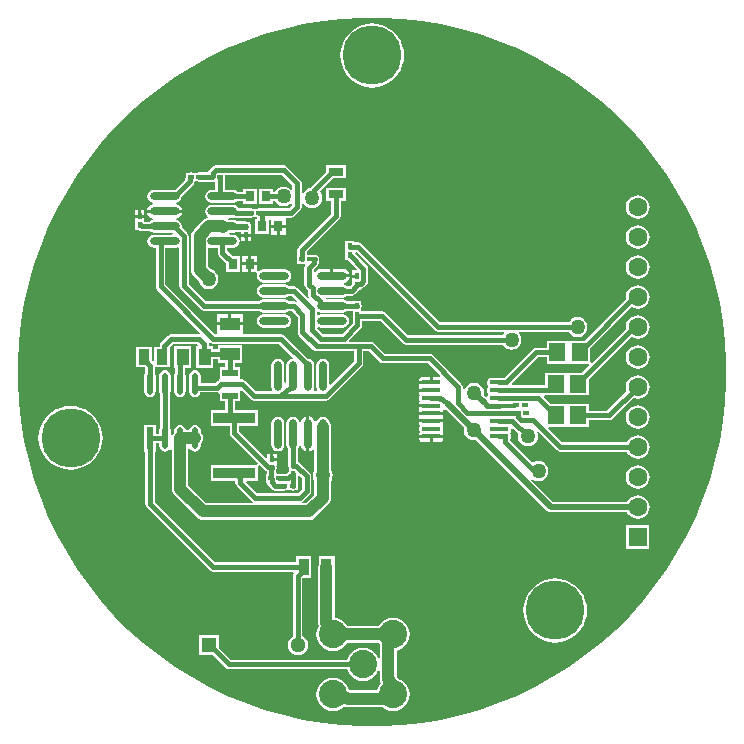
<source format=gtl>
G04*
G04 #@! TF.GenerationSoftware,Altium Limited,Altium Designer,22.2.1 (43)*
G04*
G04 Layer_Physical_Order=1*
G04 Layer_Color=255*
%FSLAX23Y23*%
%MOIN*%
G70*
G04*
G04 #@! TF.SameCoordinates,341014A0-F451-4C88-BB74-CD236E81B47C*
G04*
G04*
G04 #@! TF.FilePolarity,Positive*
G04*
G01*
G75*
%ADD13C,0.010*%
G04:AMPARAMS|DCode=16|XSize=74mil|YSize=21mil|CornerRadius=11mil|HoleSize=0mil|Usage=FLASHONLY|Rotation=90.000|XOffset=0mil|YOffset=0mil|HoleType=Round|Shape=RoundedRectangle|*
%AMROUNDEDRECTD16*
21,1,0.074,0.000,0,0,90.0*
21,1,0.052,0.021,0,0,90.0*
1,1,0.021,0.000,0.026*
1,1,0.021,0.000,-0.026*
1,1,0.021,0.000,-0.026*
1,1,0.021,0.000,0.026*
%
%ADD16ROUNDEDRECTD16*%
%ADD17R,0.021X0.074*%
%ADD18R,0.051X0.028*%
%ADD19O,0.098X0.028*%
%ADD20R,0.012X0.020*%
%ADD21R,0.037X0.053*%
%ADD22R,0.041X0.057*%
%ADD23R,0.020X0.012*%
%ADD24R,0.031X0.035*%
%ADD25R,0.065X0.044*%
%ADD26O,0.028X0.098*%
%ADD27R,0.053X0.022*%
%ADD28R,0.037X0.057*%
%ADD29R,0.142X0.038*%
G04:AMPARAMS|DCode=30|XSize=62mil|YSize=16mil|CornerRadius=2mil|HoleSize=0mil|Usage=FLASHONLY|Rotation=0.000|XOffset=0mil|YOffset=0mil|HoleType=Round|Shape=RoundedRectangle|*
%AMROUNDEDRECTD30*
21,1,0.062,0.012,0,0,0.0*
21,1,0.058,0.016,0,0,0.0*
1,1,0.004,0.029,-0.006*
1,1,0.004,-0.029,-0.006*
1,1,0.004,-0.029,0.006*
1,1,0.004,0.029,0.006*
%
%ADD30ROUNDEDRECTD30*%
%ADD31R,0.055X0.061*%
%ADD42C,0.051*%
%ADD43R,0.051X0.051*%
%ADD48C,0.015*%
%ADD49C,0.039*%
%ADD50C,0.020*%
%ADD51C,0.012*%
%ADD52C,0.197*%
%ADD53C,0.094*%
%ADD54C,0.063*%
%ADD55R,0.063X0.063*%
%ADD56C,0.050*%
G36*
X3884Y4502D02*
X3950Y4495D01*
X4016Y4484D01*
X4080Y4469D01*
X4144Y4451D01*
X4206Y4429D01*
X4268Y4404D01*
X4327Y4375D01*
X4385Y4343D01*
X4441Y4307D01*
X4495Y4269D01*
X4547Y4228D01*
X4597Y4184D01*
X4644Y4137D01*
X4688Y4087D01*
X4729Y4035D01*
X4767Y3981D01*
X4803Y3925D01*
X4835Y3867D01*
X4864Y3808D01*
X4889Y3746D01*
X4911Y3684D01*
X4929Y3620D01*
X4944Y3556D01*
X4955Y3490D01*
X4962Y3424D01*
X4966Y3358D01*
Y3325D01*
X4966Y3292D01*
X4962Y3226D01*
X4955Y3160D01*
X4944Y3094D01*
X4929Y3030D01*
X4911Y2966D01*
X4889Y2904D01*
X4864Y2842D01*
X4835Y2783D01*
X4803Y2725D01*
X4767Y2669D01*
X4729Y2615D01*
X4688Y2563D01*
X4644Y2513D01*
X4597Y2466D01*
X4547Y2422D01*
X4495Y2381D01*
X4441Y2343D01*
X4385Y2307D01*
X4327Y2275D01*
X4268Y2246D01*
X4206Y2221D01*
X4144Y2199D01*
X4080Y2181D01*
X4016Y2166D01*
X3950Y2155D01*
X3884Y2148D01*
X3818Y2144D01*
X3752D01*
X3686Y2148D01*
X3620Y2155D01*
X3554Y2166D01*
X3490Y2181D01*
X3426Y2199D01*
X3364Y2221D01*
X3302Y2246D01*
X3243Y2275D01*
X3185Y2307D01*
X3129Y2343D01*
X3075Y2381D01*
X3023Y2422D01*
X2973Y2466D01*
X2926Y2513D01*
X2882Y2563D01*
X2841Y2615D01*
X2803Y2669D01*
X2767Y2725D01*
X2735Y2783D01*
X2706Y2842D01*
X2681Y2904D01*
X2659Y2966D01*
X2641Y3030D01*
X2626Y3094D01*
X2615Y3160D01*
X2608Y3226D01*
X2604Y3292D01*
Y3325D01*
Y3358D01*
X2608Y3424D01*
X2615Y3490D01*
X2626Y3556D01*
X2641Y3620D01*
X2659Y3684D01*
X2681Y3746D01*
X2706Y3808D01*
X2735Y3867D01*
X2767Y3925D01*
X2803Y3981D01*
X2841Y4035D01*
X2882Y4087D01*
X2926Y4137D01*
X2973Y4184D01*
X3023Y4228D01*
X3075Y4269D01*
X3129Y4307D01*
X3185Y4343D01*
X3243Y4375D01*
X3302Y4404D01*
X3364Y4429D01*
X3426Y4451D01*
X3490Y4469D01*
X3554Y4484D01*
X3620Y4495D01*
X3686Y4502D01*
X3752Y4506D01*
X3818D01*
X3884Y4502D01*
D02*
G37*
%LPC*%
G36*
X3785Y4487D02*
X3768Y4485D01*
X3752Y4481D01*
X3737Y4475D01*
X3722Y4466D01*
X3710Y4455D01*
X3699Y4443D01*
X3690Y4428D01*
X3684Y4413D01*
X3680Y4397D01*
X3678Y4380D01*
X3680Y4363D01*
X3684Y4347D01*
X3690Y4332D01*
X3699Y4317D01*
X3710Y4305D01*
X3722Y4294D01*
X3737Y4285D01*
X3752Y4279D01*
X3768Y4275D01*
X3785Y4273D01*
X3802Y4275D01*
X3818Y4279D01*
X3833Y4285D01*
X3848Y4294D01*
X3860Y4305D01*
X3871Y4317D01*
X3880Y4332D01*
X3886Y4347D01*
X3890Y4363D01*
X3892Y4380D01*
X3890Y4397D01*
X3886Y4413D01*
X3880Y4428D01*
X3871Y4443D01*
X3860Y4455D01*
X3848Y4466D01*
X3833Y4475D01*
X3818Y4481D01*
X3802Y4485D01*
X3785Y4487D01*
D02*
G37*
G36*
X3698Y4014D02*
X3632D01*
Y3993D01*
X3581Y3942D01*
X3577Y3937D01*
X3576Y3937D01*
X3568Y3934D01*
X3562Y3928D01*
X3556Y3922D01*
X3556Y3920D01*
X3551Y3921D01*
Y3955D01*
X3549Y3961D01*
X3546Y3966D01*
X3503Y4009D01*
X3498Y4012D01*
X3492Y4014D01*
X3264D01*
X3258Y4012D01*
X3253Y4009D01*
X3242Y3998D01*
X3239Y3993D01*
X3239Y3991D01*
X3209D01*
X3203Y3989D01*
X3202Y3989D01*
X3188D01*
X3187Y3989D01*
X3181Y3991D01*
X3180D01*
X3174Y3989D01*
X3173Y3989D01*
X3164D01*
Y3975D01*
X3163Y3973D01*
Y3966D01*
X3129Y3932D01*
X3058D01*
X3050Y3930D01*
X3042Y3926D01*
X3038Y3918D01*
X3036Y3910D01*
X3038Y3902D01*
X3042Y3894D01*
X3050Y3890D01*
X3055Y3889D01*
Y3884D01*
X3049Y3882D01*
X3041Y3877D01*
X3036Y3869D01*
X3035Y3865D01*
X3094D01*
X3152D01*
X3151Y3869D01*
X3146Y3877D01*
X3138Y3882D01*
X3133Y3884D01*
Y3889D01*
X3137Y3890D01*
X3145Y3894D01*
X3149Y3902D01*
X3151Y3910D01*
X3190Y3949D01*
X3193Y3954D01*
X3195Y3960D01*
Y3961D01*
X3202D01*
X3203Y3961D01*
X3209Y3959D01*
X3251D01*
X3251Y3959D01*
X3252D01*
X3258Y3961D01*
X3258Y3961D01*
X3263Y3959D01*
Y3932D01*
X3251D01*
X3243Y3930D01*
X3235Y3926D01*
X3231Y3918D01*
X3229Y3910D01*
X3231Y3902D01*
X3235Y3894D01*
X3243Y3890D01*
X3251Y3888D01*
X3322D01*
X3330Y3890D01*
X3337Y3894D01*
X3354D01*
Y3884D01*
X3401D01*
Y3936D01*
X3354D01*
Y3926D01*
X3337D01*
X3330Y3930D01*
X3322Y3932D01*
X3294D01*
Y3961D01*
X3296D01*
Y3982D01*
X3486D01*
X3519Y3949D01*
Y3934D01*
X3514Y3932D01*
X3513Y3933D01*
X3507Y3939D01*
X3499Y3942D01*
X3490Y3943D01*
X3481Y3942D01*
X3473Y3939D01*
X3467Y3933D01*
X3461Y3927D01*
X3461Y3926D01*
X3456D01*
Y3936D01*
X3409D01*
Y3884D01*
X3456D01*
Y3894D01*
X3461D01*
X3461Y3893D01*
X3467Y3887D01*
X3473Y3881D01*
X3481Y3878D01*
X3490Y3877D01*
X3499Y3878D01*
X3507Y3881D01*
X3513Y3887D01*
X3514Y3888D01*
X3519Y3886D01*
X3519Y3881D01*
X3509Y3871D01*
X3409D01*
X3403Y3869D01*
X3402Y3869D01*
X3388D01*
X3387Y3869D01*
X3381Y3871D01*
X3341D01*
X3338Y3876D01*
X3330Y3880D01*
X3322Y3882D01*
X3251D01*
X3243Y3880D01*
X3235Y3876D01*
X3231Y3868D01*
X3229Y3860D01*
X3231Y3852D01*
X3235Y3844D01*
X3239Y3842D01*
X3237Y3837D01*
X3235Y3837D01*
X3229Y3834D01*
X3223Y3830D01*
X3190Y3797D01*
X3186Y3791D01*
X3183Y3784D01*
X3182Y3777D01*
Y3665D01*
X3183Y3658D01*
X3186Y3651D01*
X3190Y3646D01*
X3208Y3628D01*
X3208Y3626D01*
X3211Y3618D01*
X3217Y3612D01*
X3223Y3606D01*
X3231Y3603D01*
X3240Y3602D01*
X3249Y3603D01*
X3257Y3606D01*
X3263Y3612D01*
X3269Y3618D01*
X3272Y3626D01*
X3273Y3635D01*
X3272Y3644D01*
X3269Y3652D01*
X3263Y3658D01*
X3257Y3664D01*
X3249Y3667D01*
X3247Y3667D01*
X3237Y3677D01*
Y3738D01*
X3242Y3740D01*
X3243Y3740D01*
X3251Y3738D01*
X3271D01*
Y3723D01*
X3272Y3717D01*
X3275Y3712D01*
X3299Y3688D01*
Y3659D01*
X3346D01*
Y3711D01*
X3321D01*
X3302Y3729D01*
Y3738D01*
X3322D01*
X3330Y3740D01*
X3338Y3744D01*
X3342Y3752D01*
X3344Y3760D01*
X3342Y3768D01*
X3338Y3776D01*
X3330Y3780D01*
X3322Y3782D01*
X3312D01*
X3309Y3787D01*
X3310Y3788D01*
X3322D01*
X3330Y3790D01*
X3332Y3791D01*
X3349D01*
Y3786D01*
X3365D01*
X3381D01*
Y3801D01*
X3382Y3802D01*
X3383Y3809D01*
X3382Y3816D01*
X3379Y3820D01*
Y3826D01*
X3367D01*
X3365Y3827D01*
X3336D01*
X3330Y3830D01*
X3322Y3832D01*
X3307D01*
X3306Y3833D01*
X3309Y3838D01*
X3322D01*
X3330Y3839D01*
X3330Y3839D01*
X3381D01*
X3387Y3841D01*
X3388Y3841D01*
X3401D01*
X3402Y3841D01*
Y3836D01*
X3394D01*
Y3784D01*
X3441D01*
Y3831D01*
X3446Y3835D01*
X3447Y3835D01*
Y3815D01*
X3473D01*
X3498D01*
X3498Y3838D01*
X3503Y3839D01*
X3515D01*
X3521Y3841D01*
X3526Y3844D01*
X3546Y3864D01*
X3549Y3869D01*
X3551Y3875D01*
Y3889D01*
X3556Y3890D01*
X3556Y3888D01*
X3562Y3882D01*
X3568Y3876D01*
X3576Y3873D01*
X3585Y3872D01*
X3594Y3873D01*
X3602Y3876D01*
X3608Y3882D01*
X3614Y3888D01*
X3617Y3896D01*
X3618Y3905D01*
X3617Y3914D01*
X3614Y3922D01*
X3610Y3927D01*
X3654Y3971D01*
X3698D01*
Y4014D01*
D02*
G37*
G36*
X3026Y3864D02*
X3015D01*
Y3849D01*
X3026D01*
Y3864D01*
D02*
G37*
G36*
X3005D02*
X2994D01*
Y3849D01*
X3005D01*
Y3864D01*
D02*
G37*
G36*
X4670Y3915D02*
X4660Y3913D01*
X4650Y3909D01*
X4642Y3903D01*
X4636Y3895D01*
X4632Y3885D01*
X4630Y3875D01*
X4632Y3865D01*
X4636Y3855D01*
X4642Y3847D01*
X4650Y3841D01*
X4660Y3837D01*
X4670Y3835D01*
X4680Y3837D01*
X4690Y3841D01*
X4698Y3847D01*
X4704Y3855D01*
X4708Y3865D01*
X4710Y3875D01*
X4708Y3885D01*
X4704Y3895D01*
X4698Y3903D01*
X4690Y3909D01*
X4680Y3913D01*
X4670Y3915D01*
D02*
G37*
G36*
X3498Y3805D02*
X3478D01*
Y3782D01*
X3498D01*
Y3805D01*
D02*
G37*
G36*
X3468D02*
X3447D01*
Y3782D01*
X3468D01*
Y3805D01*
D02*
G37*
G36*
X3381Y3776D02*
X3370D01*
Y3761D01*
X3381D01*
Y3776D01*
D02*
G37*
G36*
X3360D02*
X3349D01*
Y3761D01*
X3360D01*
Y3776D01*
D02*
G37*
G36*
X4670Y3815D02*
X4660Y3813D01*
X4650Y3809D01*
X4642Y3803D01*
X4636Y3795D01*
X4632Y3785D01*
X4630Y3775D01*
X4632Y3765D01*
X4636Y3755D01*
X4642Y3747D01*
X4650Y3741D01*
X4660Y3737D01*
X4670Y3735D01*
X4680Y3737D01*
X4690Y3741D01*
X4698Y3747D01*
X4704Y3755D01*
X4708Y3765D01*
X4710Y3775D01*
X4708Y3785D01*
X4704Y3795D01*
X4698Y3803D01*
X4690Y3809D01*
X4680Y3813D01*
X4670Y3815D01*
D02*
G37*
G36*
X3403Y3713D02*
X3383D01*
Y3690D01*
X3403D01*
Y3713D01*
D02*
G37*
G36*
X3373D02*
X3352D01*
Y3690D01*
X3373D01*
Y3713D01*
D02*
G37*
G36*
Y3680D02*
X3352D01*
Y3657D01*
X3373D01*
Y3680D01*
D02*
G37*
G36*
X3687Y3669D02*
X3656D01*
Y3650D01*
X3710D01*
X3709Y3654D01*
X3704Y3662D01*
X3696Y3667D01*
X3687Y3669D01*
D02*
G37*
G36*
X4670Y3715D02*
X4660Y3713D01*
X4650Y3709D01*
X4642Y3703D01*
X4636Y3695D01*
X4632Y3685D01*
X4630Y3675D01*
X4632Y3665D01*
X4636Y3655D01*
X4642Y3647D01*
X4650Y3641D01*
X4660Y3637D01*
X4670Y3635D01*
X4680Y3637D01*
X4690Y3641D01*
X4698Y3647D01*
X4704Y3655D01*
X4708Y3665D01*
X4710Y3675D01*
X4708Y3685D01*
X4704Y3695D01*
X4698Y3703D01*
X4690Y3709D01*
X4680Y3713D01*
X4670Y3715D01*
D02*
G37*
G36*
X3403Y3680D02*
X3383D01*
Y3657D01*
X3399D01*
X3400Y3656D01*
X3402Y3652D01*
X3401Y3645D01*
X3403Y3637D01*
X3407Y3629D01*
X3415Y3625D01*
X3423Y3623D01*
X3494D01*
X3502Y3625D01*
X3510Y3629D01*
X3514Y3637D01*
X3516Y3645D01*
X3514Y3653D01*
X3510Y3661D01*
X3502Y3665D01*
X3494Y3667D01*
X3423D01*
X3415Y3665D01*
X3408Y3661D01*
X3405Y3662D01*
X3403Y3663D01*
Y3680D01*
D02*
G37*
G36*
X3698Y3939D02*
X3632D01*
Y3896D01*
X3649D01*
Y3851D01*
X3540Y3742D01*
X3537Y3737D01*
X3536Y3731D01*
Y3714D01*
X3534D01*
Y3686D01*
X3544D01*
X3545Y3686D01*
X3551Y3684D01*
X3557Y3686D01*
X3560Y3685D01*
X3562Y3679D01*
X3561Y3677D01*
X3559Y3671D01*
Y3616D01*
X3561Y3610D01*
X3564Y3605D01*
X3571Y3598D01*
Y3583D01*
X3572Y3577D01*
X3575Y3574D01*
X3571Y3570D01*
X3535Y3606D01*
X3530Y3609D01*
X3524Y3611D01*
X3509D01*
X3502Y3615D01*
X3494Y3617D01*
X3423D01*
X3415Y3615D01*
X3407Y3611D01*
X3403Y3603D01*
X3401Y3595D01*
X3403Y3587D01*
X3407Y3579D01*
X3415Y3575D01*
X3423Y3573D01*
X3494D01*
X3502Y3575D01*
X3509Y3579D01*
X3517D01*
X3534Y3563D01*
X3531Y3559D01*
X3530Y3559D01*
X3524Y3561D01*
X3509D01*
X3502Y3565D01*
X3494Y3567D01*
X3423D01*
X3415Y3565D01*
X3408Y3561D01*
X3231D01*
X3174Y3618D01*
Y3777D01*
X3173Y3783D01*
X3169Y3789D01*
X3151Y3807D01*
X3151Y3810D01*
X3149Y3818D01*
X3145Y3826D01*
X3137Y3830D01*
X3133Y3831D01*
Y3836D01*
X3138Y3838D01*
X3146Y3843D01*
X3151Y3851D01*
X3152Y3855D01*
X3094D01*
X3035D01*
X3036Y3851D01*
X3041Y3843D01*
X3049Y3838D01*
X3055Y3836D01*
Y3831D01*
X3050Y3830D01*
X3043Y3826D01*
X3026D01*
Y3839D01*
X2994D01*
Y3824D01*
X2994Y3824D01*
X2995Y3819D01*
X2994Y3816D01*
Y3815D01*
X2996Y3809D01*
X2996Y3808D01*
Y3799D01*
X3008D01*
X3013Y3796D01*
X3019Y3794D01*
X3043D01*
X3050Y3790D01*
X3058Y3788D01*
X3121D01*
X3122Y3787D01*
X3119Y3782D01*
X3058D01*
X3050Y3780D01*
X3042Y3776D01*
X3038Y3768D01*
X3036Y3760D01*
X3038Y3752D01*
X3042Y3744D01*
X3050Y3740D01*
X3058Y3738D01*
X3064D01*
Y3610D01*
X3066Y3604D01*
X3069Y3599D01*
X3213Y3455D01*
X3211Y3450D01*
X3208Y3451D01*
X3115D01*
X3109Y3449D01*
X3104Y3446D01*
X3082Y3424D01*
X3079Y3419D01*
X3078Y3413D01*
Y3409D01*
X3058D01*
Y3363D01*
X3054Y3361D01*
X3050Y3363D01*
Y3409D01*
X2997D01*
Y3340D01*
X3028D01*
X3029Y3339D01*
Y3322D01*
X3028Y3320D01*
X3026Y3312D01*
Y3260D01*
X3028Y3253D01*
X3032Y3247D01*
X3038Y3242D01*
X3045Y3241D01*
X3052Y3242D01*
X3058Y3247D01*
X3062Y3253D01*
X3064Y3260D01*
Y3312D01*
X3062Y3320D01*
X3061Y3322D01*
Y3340D01*
X3111D01*
Y3409D01*
X3111Y3409D01*
X3111D01*
X3115Y3413D01*
X3121Y3419D01*
X3201D01*
X3205Y3416D01*
X3203Y3411D01*
X3199D01*
Y3338D01*
X3256D01*
Y3369D01*
X3271D01*
Y3355D01*
X3295D01*
Y3342D01*
X3277D01*
Y3305D01*
X3277Y3304D01*
X3276Y3299D01*
X3275Y3299D01*
X3270Y3296D01*
X3263Y3288D01*
X3214D01*
Y3312D01*
X3212Y3320D01*
X3208Y3326D01*
X3202Y3330D01*
X3195Y3331D01*
X3188Y3330D01*
X3182Y3326D01*
X3178Y3320D01*
X3176Y3312D01*
Y3260D01*
X3178Y3253D01*
X3182Y3247D01*
X3188Y3242D01*
X3195Y3241D01*
X3202Y3242D01*
X3208Y3247D01*
X3212Y3253D01*
X3213Y3257D01*
X3269D01*
X3272Y3257D01*
X3276Y3254D01*
X3277Y3253D01*
Y3228D01*
X3295D01*
Y3198D01*
X3247D01*
Y3145D01*
X3310D01*
Y3121D01*
X3312Y3115D01*
X3315Y3110D01*
X3405Y3020D01*
X3403Y3015D01*
X3401Y3015D01*
X3247D01*
Y2962D01*
X3329D01*
Y2956D01*
X3331Y2950D01*
X3334Y2945D01*
X3384Y2895D01*
X3387Y2893D01*
X3386Y2888D01*
X3232D01*
X3173Y2947D01*
Y3067D01*
X3174Y3067D01*
X3180Y3066D01*
X3182Y3064D01*
X3188Y3060D01*
X3195Y3059D01*
X3202Y3060D01*
X3208Y3064D01*
X3212Y3070D01*
X3214Y3078D01*
Y3084D01*
X3215Y3084D01*
X3219Y3090D01*
X3222Y3097D01*
X3223Y3104D01*
X3222Y3111D01*
X3219Y3118D01*
X3215Y3123D01*
X3214Y3124D01*
Y3130D01*
X3212Y3137D01*
X3208Y3143D01*
X3202Y3148D01*
X3195Y3149D01*
X3188Y3148D01*
X3182Y3143D01*
X3178Y3137D01*
X3176Y3132D01*
X3164D01*
X3162Y3137D01*
X3158Y3143D01*
X3152Y3148D01*
X3145Y3149D01*
X3138Y3148D01*
X3132Y3143D01*
X3128Y3137D01*
X3126Y3130D01*
Y3124D01*
X3125Y3123D01*
X3121Y3118D01*
X3119Y3113D01*
X3114Y3114D01*
Y3130D01*
X3112Y3137D01*
X3111Y3140D01*
Y3250D01*
X3112Y3253D01*
X3114Y3260D01*
Y3312D01*
X3112Y3320D01*
X3108Y3326D01*
X3102Y3330D01*
X3095Y3331D01*
X3088Y3330D01*
X3082Y3326D01*
X3078Y3320D01*
X3076Y3312D01*
Y3260D01*
X3078Y3253D01*
X3079Y3250D01*
Y3140D01*
X3078Y3137D01*
X3076Y3130D01*
Y3119D01*
X3064D01*
Y3149D01*
X3026D01*
Y3059D01*
X3029D01*
Y2885D01*
X3031Y2879D01*
X3034Y2874D01*
X3244Y2664D01*
X3249Y2661D01*
X3255Y2659D01*
X3522D01*
X3525Y2654D01*
X3523Y2652D01*
X3522Y2646D01*
Y2445D01*
X3521Y2444D01*
X3514Y2439D01*
X3508Y2432D01*
X3505Y2424D01*
X3504Y2415D01*
X3505Y2406D01*
X3508Y2398D01*
X3514Y2391D01*
X3521Y2386D01*
X3529Y2382D01*
X3538Y2381D01*
X3546Y2382D01*
X3555Y2386D01*
X3562Y2391D01*
X3567Y2398D01*
X3570Y2406D01*
X3571Y2415D01*
X3570Y2424D01*
X3567Y2432D01*
X3562Y2439D01*
X3555Y2444D01*
X3553Y2445D01*
Y2639D01*
X3583D01*
Y2711D01*
X3530D01*
Y2691D01*
X3261D01*
X3061Y2891D01*
Y3059D01*
X3064D01*
Y3088D01*
X3076D01*
Y3078D01*
X3078Y3070D01*
X3082Y3064D01*
X3088Y3060D01*
X3095Y3059D01*
X3102Y3060D01*
X3108Y3064D01*
X3110Y3066D01*
X3116Y3067D01*
X3117Y3067D01*
Y2936D01*
X3118Y2929D01*
X3121Y2922D01*
X3125Y2916D01*
X3201Y2840D01*
X3207Y2836D01*
X3214Y2833D01*
X3221Y2832D01*
X3576D01*
X3583Y2833D01*
X3590Y2836D01*
X3596Y2840D01*
X3641Y2885D01*
X3645Y2891D01*
X3648Y2898D01*
X3649Y2905D01*
Y2962D01*
X3650Y2963D01*
X3653Y2971D01*
X3654Y2980D01*
X3653Y2988D01*
X3650Y2996D01*
X3649Y2998D01*
Y3118D01*
Y3142D01*
X3648Y3149D01*
X3645Y3156D01*
X3642Y3160D01*
X3641Y3162D01*
X3637Y3169D01*
X3630Y3174D01*
X3621Y3176D01*
X3613Y3174D01*
X3605Y3169D01*
X3601Y3162D01*
X3599Y3161D01*
X3593Y3163D01*
X3588Y3171D01*
X3580Y3176D01*
X3576Y3177D01*
Y3118D01*
Y3060D01*
X3580Y3061D01*
X3588Y3066D01*
X3589Y3066D01*
X3593Y3065D01*
Y2998D01*
X3592Y2996D01*
X3589Y2988D01*
X3588Y2980D01*
X3589Y2971D01*
X3592Y2963D01*
X3593Y2962D01*
Y2916D01*
X3565Y2888D01*
X3554D01*
X3553Y2893D01*
X3556Y2895D01*
X3579Y2917D01*
X3582Y2923D01*
X3583Y2929D01*
Y2977D01*
X3582Y2983D01*
X3579Y2988D01*
X3544Y3022D01*
X3539Y3026D01*
X3537Y3026D01*
Y3067D01*
X3541Y3074D01*
X3542Y3079D01*
X3548D01*
X3549Y3074D01*
X3554Y3066D01*
X3562Y3061D01*
X3566Y3060D01*
Y3118D01*
Y3177D01*
X3562Y3176D01*
X3554Y3171D01*
X3549Y3163D01*
X3548Y3157D01*
X3542D01*
X3541Y3162D01*
X3537Y3169D01*
X3530Y3174D01*
X3521Y3176D01*
X3513Y3174D01*
X3505Y3169D01*
X3501Y3162D01*
X3499Y3154D01*
Y3083D01*
X3501Y3074D01*
X3505Y3067D01*
Y3013D01*
X3507Y3007D01*
X3507Y3006D01*
Y2994D01*
X3499Y2985D01*
X3475D01*
X3470Y2985D01*
X3466Y2987D01*
X3465Y2988D01*
Y2999D01*
X3466Y3000D01*
X3467Y3006D01*
Y3007D01*
X3466Y3009D01*
X3467Y3014D01*
X3467D01*
X3467Y3014D01*
Y3029D01*
X3451D01*
Y3034D01*
X3446D01*
Y3053D01*
X3435D01*
Y3041D01*
X3431Y3039D01*
X3342Y3128D01*
Y3145D01*
X3405D01*
Y3198D01*
X3327D01*
Y3228D01*
X3346D01*
Y3261D01*
X3351Y3263D01*
X3380Y3234D01*
X3385Y3231D01*
X3391Y3229D01*
X3631D01*
X3637Y3231D01*
X3643Y3234D01*
X3751Y3342D01*
X3754Y3348D01*
X3756Y3354D01*
Y3394D01*
X3774D01*
X3809Y3359D01*
X3814Y3356D01*
X3820Y3354D01*
X3970D01*
X4012Y3313D01*
X4011Y3311D01*
X4010Y3308D01*
X3987D01*
Y3290D01*
X3982D01*
Y3285D01*
X3941D01*
Y3284D01*
X3942Y3279D01*
X3943Y3277D01*
X3942Y3275D01*
X3941Y3270D01*
Y3269D01*
X3982D01*
Y3259D01*
X3941D01*
Y3258D01*
X3942Y3253D01*
X3944Y3249D01*
X3944Y3248D01*
X3943Y3244D01*
Y3232D01*
X3944Y3228D01*
X3944Y3228D01*
X3942Y3224D01*
X3941Y3219D01*
Y3218D01*
X3982D01*
Y3208D01*
X3941D01*
Y3207D01*
X3942Y3202D01*
X3943Y3200D01*
X3942Y3198D01*
X3941Y3193D01*
Y3192D01*
X4023D01*
Y3193D01*
X4022Y3198D01*
X4023Y3199D01*
X4030Y3200D01*
X4093Y3137D01*
X4092Y3130D01*
X4093Y3121D01*
X4096Y3113D01*
X4102Y3107D01*
X4108Y3101D01*
X4116Y3098D01*
X4125Y3097D01*
X4132Y3098D01*
X4368Y2862D01*
X4374Y2858D01*
X4381Y2857D01*
X4635D01*
X4636Y2855D01*
X4642Y2847D01*
X4650Y2841D01*
X4660Y2837D01*
X4670Y2835D01*
X4680Y2837D01*
X4690Y2841D01*
X4698Y2847D01*
X4704Y2855D01*
X4708Y2865D01*
X4710Y2875D01*
X4708Y2885D01*
X4704Y2895D01*
X4698Y2903D01*
X4690Y2909D01*
X4680Y2913D01*
X4670Y2915D01*
X4660Y2913D01*
X4650Y2909D01*
X4642Y2903D01*
X4636Y2895D01*
X4635Y2893D01*
X4388D01*
X4316Y2965D01*
X4316Y2966D01*
X4321Y2968D01*
X4323Y2966D01*
X4331Y2963D01*
X4340Y2962D01*
X4349Y2963D01*
X4357Y2966D01*
X4363Y2972D01*
X4369Y2978D01*
X4372Y2986D01*
X4373Y2995D01*
X4372Y3004D01*
X4369Y3012D01*
X4363Y3018D01*
X4357Y3024D01*
X4349Y3027D01*
X4340Y3028D01*
X4331Y3027D01*
X4323Y3024D01*
X4320Y3021D01*
X4244Y3097D01*
X4244Y3097D01*
X4246Y3101D01*
X4247Y3104D01*
Y3116D01*
X4246Y3120D01*
X4246Y3121D01*
X4248Y3125D01*
X4249Y3130D01*
Y3136D01*
X4254Y3138D01*
X4273Y3119D01*
X4273Y3119D01*
X4272Y3110D01*
X4273Y3101D01*
X4276Y3093D01*
X4282Y3087D01*
X4288Y3081D01*
X4296Y3078D01*
X4305Y3077D01*
X4314Y3078D01*
X4322Y3081D01*
X4328Y3087D01*
X4334Y3093D01*
X4337Y3101D01*
X4338Y3110D01*
X4337Y3119D01*
X4335Y3124D01*
X4339Y3127D01*
X4402Y3064D01*
X4407Y3061D01*
X4413Y3059D01*
X4634D01*
X4636Y3055D01*
X4642Y3047D01*
X4650Y3041D01*
X4660Y3037D01*
X4670Y3035D01*
X4680Y3037D01*
X4690Y3041D01*
X4698Y3047D01*
X4704Y3055D01*
X4708Y3065D01*
X4710Y3075D01*
X4708Y3085D01*
X4704Y3095D01*
X4698Y3103D01*
X4690Y3109D01*
X4680Y3113D01*
X4670Y3115D01*
X4660Y3113D01*
X4650Y3109D01*
X4642Y3103D01*
X4636Y3095D01*
X4634Y3091D01*
X4419D01*
X4373Y3137D01*
X4375Y3142D01*
X4432D01*
X4433Y3142D01*
X4437D01*
X4438Y3142D01*
X4508D01*
Y3164D01*
X4575D01*
X4581Y3166D01*
X4586Y3169D01*
X4656Y3238D01*
X4660Y3237D01*
X4670Y3235D01*
X4680Y3237D01*
X4690Y3241D01*
X4698Y3247D01*
X4704Y3255D01*
X4708Y3265D01*
X4710Y3275D01*
X4708Y3285D01*
X4704Y3295D01*
X4698Y3303D01*
X4690Y3309D01*
X4680Y3313D01*
X4670Y3315D01*
X4660Y3313D01*
X4650Y3309D01*
X4642Y3303D01*
X4636Y3295D01*
X4632Y3285D01*
X4630Y3275D01*
X4632Y3265D01*
X4633Y3261D01*
X4569Y3196D01*
X4508D01*
Y3218D01*
X4438D01*
X4437Y3218D01*
X4433D01*
X4432Y3218D01*
X4381D01*
X4358Y3241D01*
X4360Y3247D01*
X4362Y3247D01*
Y3247D01*
X4432D01*
X4433Y3247D01*
X4437D01*
X4438Y3247D01*
X4508D01*
Y3301D01*
X4648Y3442D01*
X4650Y3441D01*
X4660Y3437D01*
X4670Y3435D01*
X4680Y3437D01*
X4690Y3441D01*
X4698Y3447D01*
X4704Y3455D01*
X4708Y3465D01*
X4710Y3475D01*
X4708Y3485D01*
X4704Y3495D01*
X4698Y3503D01*
X4690Y3509D01*
X4680Y3513D01*
X4670Y3515D01*
X4660Y3513D01*
X4650Y3509D01*
X4642Y3503D01*
X4636Y3495D01*
X4632Y3485D01*
X4630Y3475D01*
X4631Y3469D01*
X4518Y3356D01*
X4513Y3358D01*
Y3406D01*
X4648Y3542D01*
X4650Y3541D01*
X4660Y3537D01*
X4670Y3535D01*
X4680Y3537D01*
X4690Y3541D01*
X4698Y3547D01*
X4704Y3555D01*
X4708Y3565D01*
X4710Y3575D01*
X4708Y3585D01*
X4704Y3595D01*
X4698Y3603D01*
X4690Y3609D01*
X4680Y3613D01*
X4670Y3615D01*
X4660Y3613D01*
X4650Y3609D01*
X4642Y3603D01*
X4636Y3595D01*
X4632Y3585D01*
X4630Y3575D01*
X4631Y3569D01*
X4491Y3428D01*
X4443D01*
X4442Y3428D01*
X4438D01*
X4437Y3428D01*
X4367D01*
Y3406D01*
X4331D01*
X4325Y3404D01*
X4320Y3401D01*
X4225Y3306D01*
X4179D01*
X4175Y3305D01*
X4172Y3303D01*
X4170Y3299D01*
X4169Y3296D01*
Y3284D01*
X4170Y3280D01*
X4172Y3277D01*
X4170Y3274D01*
X4169Y3270D01*
Y3258D01*
X4170Y3254D01*
X4172Y3251D01*
X4170Y3248D01*
X4169Y3244D01*
Y3243D01*
X4164Y3241D01*
X4157Y3248D01*
X4158Y3255D01*
X4157Y3264D01*
X4154Y3272D01*
X4148Y3278D01*
X4142Y3284D01*
X4134Y3287D01*
X4125Y3288D01*
X4116Y3287D01*
X4108Y3284D01*
X4102Y3278D01*
X4096Y3272D01*
X4093Y3264D01*
X4092Y3258D01*
X4087Y3258D01*
Y3275D01*
X4086Y3281D01*
X4083Y3286D01*
X3988Y3381D01*
X3983Y3384D01*
X3977Y3386D01*
X3826D01*
X3791Y3421D01*
X3791Y3421D01*
X3786Y3424D01*
X3780Y3426D01*
X3709D01*
X3707Y3430D01*
X3747Y3470D01*
X3751Y3475D01*
X3752Y3481D01*
Y3495D01*
X3812D01*
X3887Y3421D01*
X3892Y3417D01*
X3898Y3416D01*
X4221D01*
X4221Y3415D01*
X4227Y3408D01*
X4233Y3403D01*
X4241Y3400D01*
X4250Y3399D01*
X4259Y3400D01*
X4267Y3403D01*
X4273Y3408D01*
X4279Y3415D01*
X4282Y3423D01*
X4283Y3432D01*
X4282Y3440D01*
X4279Y3448D01*
X4274Y3454D01*
X4276Y3459D01*
X4441D01*
X4441Y3458D01*
X4447Y3452D01*
X4453Y3446D01*
X4461Y3443D01*
X4470Y3442D01*
X4479Y3443D01*
X4487Y3446D01*
X4493Y3452D01*
X4499Y3458D01*
X4502Y3466D01*
X4503Y3475D01*
X4502Y3484D01*
X4499Y3492D01*
X4493Y3498D01*
X4487Y3504D01*
X4479Y3507D01*
X4470Y3508D01*
X4461Y3507D01*
X4453Y3504D01*
X4447Y3498D01*
X4441Y3492D01*
X4441Y3491D01*
X4011D01*
X3750Y3753D01*
X3745Y3756D01*
X3739Y3757D01*
X3724D01*
Y3761D01*
X3696D01*
Y3743D01*
X3696Y3741D01*
X3696Y3740D01*
Y3723D01*
X3696Y3722D01*
X3694Y3716D01*
Y3715D01*
X3696Y3709D01*
X3696Y3708D01*
Y3699D01*
X3705D01*
X3735Y3668D01*
X3733Y3664D01*
X3719D01*
Y3649D01*
X3735D01*
Y3639D01*
X3719D01*
Y3624D01*
X3719Y3624D01*
X3719Y3619D01*
X3711Y3611D01*
X3702D01*
X3695Y3615D01*
X3690Y3616D01*
Y3621D01*
X3696Y3623D01*
X3704Y3628D01*
X3709Y3636D01*
X3710Y3640D01*
X3651D01*
Y3645D01*
X3646D01*
Y3669D01*
X3616D01*
X3607Y3667D01*
X3599Y3662D01*
X3596Y3657D01*
X3591Y3659D01*
Y3665D01*
X3603Y3677D01*
X3606Y3682D01*
X3607Y3688D01*
Y3691D01*
X3607Y3691D01*
Y3692D01*
X3608Y3694D01*
X3609Y3700D01*
X3608Y3706D01*
X3605Y3711D01*
X3600Y3714D01*
X3594Y3716D01*
X3593D01*
X3587Y3714D01*
X3586Y3714D01*
X3567D01*
Y3725D01*
X3676Y3834D01*
X3679Y3839D01*
X3681Y3845D01*
Y3896D01*
X3698D01*
Y3939D01*
D02*
G37*
G36*
X4670Y3415D02*
X4660Y3413D01*
X4650Y3409D01*
X4642Y3403D01*
X4636Y3395D01*
X4632Y3385D01*
X4630Y3375D01*
X4632Y3365D01*
X4636Y3355D01*
X4642Y3347D01*
X4650Y3341D01*
X4660Y3337D01*
X4670Y3335D01*
X4680Y3337D01*
X4690Y3341D01*
X4698Y3347D01*
X4704Y3355D01*
X4708Y3365D01*
X4710Y3375D01*
X4708Y3385D01*
X4704Y3395D01*
X4698Y3403D01*
X4690Y3409D01*
X4680Y3413D01*
X4670Y3415D01*
D02*
G37*
G36*
X3977Y3308D02*
X3953D01*
X3948Y3307D01*
X3944Y3304D01*
X3942Y3300D01*
X3941Y3296D01*
Y3295D01*
X3977D01*
Y3308D01*
D02*
G37*
G36*
X3183Y3411D02*
X3126D01*
Y3338D01*
X3129D01*
Y3322D01*
X3128Y3320D01*
X3126Y3312D01*
Y3260D01*
X3128Y3253D01*
X3132Y3247D01*
X3138Y3242D01*
X3145Y3241D01*
X3152Y3242D01*
X3158Y3247D01*
X3162Y3253D01*
X3164Y3260D01*
Y3312D01*
X3162Y3320D01*
X3161Y3322D01*
Y3338D01*
X3183D01*
Y3411D01*
D02*
G37*
G36*
X4023Y3182D02*
X3941D01*
Y3181D01*
X3942Y3176D01*
X3943Y3174D01*
X3942Y3172D01*
X3941Y3168D01*
Y3167D01*
X4023D01*
Y3168D01*
X4022Y3172D01*
X4021Y3174D01*
X4022Y3176D01*
X4023Y3181D01*
Y3182D01*
D02*
G37*
G36*
X4670Y3215D02*
X4660Y3213D01*
X4650Y3209D01*
X4642Y3203D01*
X4636Y3195D01*
X4632Y3185D01*
X4630Y3175D01*
X4632Y3165D01*
X4636Y3155D01*
X4642Y3147D01*
X4650Y3141D01*
X4660Y3137D01*
X4670Y3135D01*
X4680Y3137D01*
X4690Y3141D01*
X4698Y3147D01*
X4704Y3155D01*
X4708Y3165D01*
X4710Y3175D01*
X4708Y3185D01*
X4704Y3195D01*
X4698Y3203D01*
X4690Y3209D01*
X4680Y3213D01*
X4670Y3215D01*
D02*
G37*
G36*
X4023Y3157D02*
X3941D01*
Y3156D01*
X3942Y3151D01*
X3944Y3147D01*
X3944Y3146D01*
X3943Y3142D01*
Y3130D01*
X3944Y3126D01*
X3944Y3125D01*
X3942Y3121D01*
X3941Y3116D01*
Y3115D01*
X4023D01*
Y3116D01*
X4022Y3121D01*
X4020Y3125D01*
X4020Y3126D01*
X4021Y3130D01*
Y3142D01*
X4020Y3146D01*
X4020Y3147D01*
X4022Y3151D01*
X4023Y3156D01*
Y3157D01*
D02*
G37*
G36*
Y3105D02*
X3987D01*
Y3092D01*
X4011D01*
X4016Y3093D01*
X4020Y3096D01*
X4022Y3100D01*
X4023Y3104D01*
Y3105D01*
D02*
G37*
G36*
X3977D02*
X3941D01*
Y3104D01*
X3942Y3100D01*
X3944Y3096D01*
X3948Y3093D01*
X3953Y3092D01*
X3977D01*
Y3105D01*
D02*
G37*
G36*
X3471Y3176D02*
X3463Y3174D01*
X3455Y3169D01*
X3451Y3162D01*
X3449Y3154D01*
Y3083D01*
X3451Y3074D01*
X3455Y3067D01*
X3463Y3063D01*
X3471Y3061D01*
X3480Y3063D01*
X3487Y3067D01*
X3491Y3074D01*
X3493Y3083D01*
Y3154D01*
X3491Y3162D01*
X3487Y3169D01*
X3480Y3174D01*
X3471Y3176D01*
D02*
G37*
G36*
X3467Y3053D02*
X3456D01*
Y3039D01*
X3467D01*
Y3053D01*
D02*
G37*
G36*
X2780Y3212D02*
X2763Y3210D01*
X2747Y3206D01*
X2732Y3200D01*
X2717Y3191D01*
X2705Y3180D01*
X2694Y3168D01*
X2685Y3153D01*
X2679Y3138D01*
X2675Y3122D01*
X2673Y3105D01*
X2675Y3088D01*
X2679Y3072D01*
X2685Y3057D01*
X2694Y3042D01*
X2705Y3030D01*
X2717Y3019D01*
X2732Y3010D01*
X2747Y3004D01*
X2763Y3000D01*
X2780Y2998D01*
X2797Y3000D01*
X2813Y3004D01*
X2828Y3010D01*
X2843Y3019D01*
X2855Y3030D01*
X2866Y3042D01*
X2875Y3057D01*
X2881Y3072D01*
X2885Y3088D01*
X2887Y3105D01*
X2885Y3122D01*
X2881Y3138D01*
X2875Y3153D01*
X2866Y3168D01*
X2855Y3180D01*
X2843Y3191D01*
X2828Y3200D01*
X2813Y3206D01*
X2797Y3210D01*
X2780Y3212D01*
D02*
G37*
G36*
X4670Y3015D02*
X4660Y3013D01*
X4650Y3009D01*
X4642Y3003D01*
X4636Y2995D01*
X4632Y2985D01*
X4630Y2975D01*
X4632Y2965D01*
X4636Y2955D01*
X4642Y2947D01*
X4650Y2941D01*
X4660Y2937D01*
X4670Y2935D01*
X4680Y2937D01*
X4690Y2941D01*
X4698Y2947D01*
X4704Y2955D01*
X4708Y2965D01*
X4710Y2975D01*
X4708Y2985D01*
X4704Y2995D01*
X4698Y3003D01*
X4690Y3009D01*
X4680Y3013D01*
X4670Y3015D01*
D02*
G37*
G36*
X4709Y2814D02*
X4631D01*
Y2736D01*
X4709D01*
Y2814D01*
D02*
G37*
G36*
X4395Y2637D02*
X4378Y2635D01*
X4362Y2631D01*
X4347Y2625D01*
X4332Y2616D01*
X4320Y2605D01*
X4309Y2593D01*
X4300Y2578D01*
X4294Y2563D01*
X4290Y2547D01*
X4288Y2530D01*
X4290Y2513D01*
X4294Y2497D01*
X4300Y2482D01*
X4309Y2467D01*
X4320Y2455D01*
X4332Y2444D01*
X4347Y2435D01*
X4362Y2429D01*
X4378Y2425D01*
X4395Y2423D01*
X4412Y2425D01*
X4428Y2429D01*
X4443Y2435D01*
X4458Y2444D01*
X4470Y2455D01*
X4481Y2467D01*
X4490Y2482D01*
X4496Y2497D01*
X4500Y2513D01*
X4502Y2530D01*
X4500Y2547D01*
X4496Y2563D01*
X4490Y2578D01*
X4481Y2593D01*
X4470Y2605D01*
X4458Y2616D01*
X4443Y2625D01*
X4428Y2631D01*
X4412Y2635D01*
X4395Y2637D01*
D02*
G37*
G36*
X3660Y2711D02*
X3607D01*
Y2683D01*
X3607Y2682D01*
X3606Y2675D01*
Y2487D01*
X3607Y2479D01*
X3607Y2478D01*
X3607Y2478D01*
X3601Y2464D01*
X3599Y2450D01*
X3601Y2436D01*
X3607Y2422D01*
X3616Y2411D01*
X3627Y2402D01*
X3641Y2396D01*
X3655Y2394D01*
X3669Y2396D01*
X3683Y2402D01*
X3694Y2411D01*
X3703Y2422D01*
X3807D01*
X3811Y2416D01*
Y2371D01*
X3806Y2370D01*
X3803Y2378D01*
X3794Y2389D01*
X3783Y2398D01*
X3769Y2404D01*
X3755Y2406D01*
X3741Y2404D01*
X3727Y2398D01*
X3716Y2389D01*
X3707Y2378D01*
X3702Y2366D01*
X3314D01*
X3276Y2404D01*
Y2448D01*
X3209D01*
Y2382D01*
X3254D01*
X3296Y2339D01*
X3301Y2336D01*
X3307Y2334D01*
X3702D01*
X3707Y2322D01*
X3716Y2311D01*
X3727Y2302D01*
X3741Y2296D01*
X3755Y2294D01*
X3769Y2296D01*
X3783Y2302D01*
X3794Y2311D01*
X3803Y2322D01*
X3806Y2330D01*
X3811Y2329D01*
Y2301D01*
X3812Y2293D01*
X3815Y2288D01*
X3807Y2278D01*
X3801Y2264D01*
X3801Y2264D01*
X3716D01*
X3709Y2266D01*
X3708Y2266D01*
X3703Y2278D01*
X3694Y2289D01*
X3683Y2298D01*
X3669Y2304D01*
X3655Y2306D01*
X3641Y2304D01*
X3627Y2298D01*
X3616Y2289D01*
X3607Y2278D01*
X3601Y2264D01*
X3599Y2250D01*
X3601Y2236D01*
X3607Y2222D01*
X3616Y2211D01*
X3627Y2202D01*
X3641Y2196D01*
X3655Y2194D01*
X3669Y2196D01*
X3683Y2202D01*
X3694Y2211D01*
X3694Y2211D01*
X3698Y2209D01*
X3706Y2208D01*
X3819D01*
X3827Y2202D01*
X3841Y2196D01*
X3855Y2194D01*
X3869Y2196D01*
X3883Y2202D01*
X3894Y2211D01*
X3903Y2222D01*
X3909Y2236D01*
X3911Y2250D01*
X3909Y2264D01*
X3903Y2278D01*
X3894Y2289D01*
X3883Y2298D01*
X3871Y2303D01*
X3869Y2309D01*
X3867Y2311D01*
Y2396D01*
X3869Y2396D01*
X3883Y2402D01*
X3894Y2411D01*
X3903Y2422D01*
X3909Y2436D01*
X3911Y2450D01*
X3909Y2464D01*
X3903Y2478D01*
X3894Y2489D01*
X3883Y2498D01*
X3869Y2504D01*
X3855Y2506D01*
X3841Y2504D01*
X3827Y2498D01*
X3816Y2489D01*
X3807Y2478D01*
X3703D01*
X3694Y2489D01*
X3683Y2498D01*
X3669Y2504D01*
X3661Y2505D01*
Y2675D01*
X3660Y2682D01*
X3660Y2683D01*
Y2711D01*
D02*
G37*
%LPD*%
G36*
X3721Y3515D02*
X3720Y3511D01*
Y3488D01*
X3684Y3451D01*
X3621D01*
X3603Y3469D01*
X3603Y3472D01*
X3607Y3474D01*
X3608Y3474D01*
X3616Y3473D01*
X3687D01*
X3695Y3475D01*
X3703Y3479D01*
X3707Y3487D01*
X3709Y3495D01*
X3707Y3503D01*
X3703Y3511D01*
X3695Y3515D01*
X3687Y3517D01*
X3616D01*
X3608Y3515D01*
X3605Y3514D01*
X3601Y3516D01*
Y3524D01*
X3605Y3526D01*
X3608Y3525D01*
X3616Y3523D01*
X3687D01*
X3695Y3525D01*
X3701Y3529D01*
X3721D01*
Y3515D01*
D02*
G37*
G36*
X3994Y3464D02*
X3999Y3461D01*
X4005Y3459D01*
X4224D01*
X4226Y3454D01*
X4221Y3448D01*
X4221Y3447D01*
X3905D01*
X3830Y3522D01*
X3825Y3526D01*
X3819Y3527D01*
X3749D01*
Y3537D01*
X3749Y3538D01*
X3751Y3544D01*
X3749Y3550D01*
X3749Y3551D01*
Y3561D01*
X3721D01*
Y3560D01*
X3703D01*
X3703Y3561D01*
X3695Y3565D01*
X3687Y3567D01*
X3628D01*
X3628Y3568D01*
X3631Y3573D01*
X3687D01*
X3695Y3575D01*
X3702Y3579D01*
X3717D01*
X3723Y3581D01*
X3728Y3584D01*
X3743Y3599D01*
X3749D01*
Y3603D01*
X3753Y3604D01*
X3758Y3607D01*
X3767Y3616D01*
X3771Y3622D01*
X3772Y3628D01*
Y3669D01*
X3771Y3675D01*
X3767Y3680D01*
X3729Y3719D01*
X3731Y3724D01*
X3734Y3724D01*
X3994Y3464D01*
D02*
G37*
G36*
X4367Y3352D02*
X4437D01*
X4438Y3352D01*
X4442D01*
X4443Y3352D01*
X4507D01*
X4509Y3347D01*
X4486Y3323D01*
X4438D01*
X4437Y3323D01*
X4433D01*
X4432Y3323D01*
X4362D01*
Y3280D01*
X4251D01*
X4250Y3281D01*
X4250Y3286D01*
X4338Y3374D01*
X4367D01*
Y3352D01*
D02*
G37*
G36*
X3249Y3421D02*
X3255Y3419D01*
X3476D01*
X3522Y3373D01*
X3520Y3369D01*
X3513Y3367D01*
X3505Y3362D01*
X3501Y3355D01*
X3499Y3347D01*
Y3288D01*
X3498Y3288D01*
X3493Y3290D01*
Y3347D01*
X3491Y3355D01*
X3487Y3362D01*
X3480Y3367D01*
X3471Y3369D01*
X3463Y3367D01*
X3455Y3362D01*
X3451Y3355D01*
X3449Y3347D01*
Y3276D01*
X3451Y3267D01*
X3452Y3265D01*
X3450Y3261D01*
X3397D01*
X3362Y3296D01*
X3357Y3299D01*
X3351Y3300D01*
X3348D01*
X3346Y3304D01*
X3346Y3305D01*
Y3342D01*
X3327D01*
Y3355D01*
X3352D01*
Y3414D01*
X3271D01*
Y3401D01*
X3256D01*
Y3411D01*
X3242D01*
Y3417D01*
X3241Y3420D01*
X3245Y3423D01*
X3249Y3421D01*
D02*
G37*
G36*
X3142Y3738D02*
Y3612D01*
X3144Y3606D01*
X3147Y3601D01*
X3214Y3534D01*
X3219Y3531D01*
X3225Y3529D01*
X3408D01*
X3415Y3525D01*
X3423Y3523D01*
X3494D01*
X3502Y3525D01*
X3509Y3529D01*
X3517D01*
X3537Y3509D01*
Y3457D01*
X3539Y3451D01*
X3542Y3446D01*
X3589Y3399D01*
X3594Y3396D01*
X3600Y3394D01*
X3724D01*
Y3360D01*
X3648Y3283D01*
X3643Y3285D01*
Y3347D01*
X3641Y3355D01*
X3637Y3362D01*
X3630Y3367D01*
X3621Y3369D01*
X3613Y3367D01*
X3605Y3362D01*
X3601Y3355D01*
X3599Y3347D01*
Y3276D01*
X3601Y3267D01*
X3602Y3265D01*
X3600Y3261D01*
X3592D01*
X3590Y3265D01*
X3591Y3267D01*
X3593Y3276D01*
Y3347D01*
X3591Y3355D01*
X3587Y3362D01*
X3580Y3367D01*
X3571Y3369D01*
X3494Y3446D01*
X3489Y3449D01*
X3483Y3451D01*
X3358D01*
X3354Y3453D01*
X3354Y3456D01*
Y3480D01*
X3311D01*
X3268D01*
Y3456D01*
X3268Y3453D01*
X3265Y3451D01*
X3261D01*
X3096Y3616D01*
Y3738D01*
X3129D01*
X3137Y3740D01*
X3138Y3740D01*
X3142Y3738D01*
D02*
G37*
G36*
X3428Y2997D02*
X3433Y2994D01*
X3434Y2994D01*
Y2984D01*
X3430D01*
Y2956D01*
X3434D01*
X3435Y2952D01*
X3439Y2946D01*
X3451Y2934D01*
X3456Y2930D01*
X3462Y2929D01*
X3492D01*
X3498Y2930D01*
X3499Y2931D01*
X3515D01*
X3516Y2930D01*
X3522Y2929D01*
X3528Y2930D01*
X3529Y2931D01*
X3538D01*
Y2943D01*
X3538Y2945D01*
X3538Y2947D01*
Y2959D01*
X3537D01*
Y2979D01*
X3542Y2980D01*
X3552Y2971D01*
Y2935D01*
X3539Y2922D01*
X3401D01*
X3366Y2957D01*
X3368Y2962D01*
X3405D01*
Y3010D01*
X3405Y3013D01*
X3410Y3015D01*
X3428Y2997D01*
D02*
G37*
%LPC*%
G36*
X3354Y3517D02*
X3316D01*
Y3490D01*
X3354D01*
Y3517D01*
D02*
G37*
G36*
X3306D02*
X3268D01*
Y3490D01*
X3306D01*
Y3517D01*
D02*
G37*
G36*
X3494Y3517D02*
X3423D01*
X3415Y3515D01*
X3407Y3511D01*
X3403Y3503D01*
X3401Y3495D01*
X3403Y3487D01*
X3407Y3479D01*
X3415Y3475D01*
X3423Y3473D01*
X3494D01*
X3502Y3475D01*
X3510Y3479D01*
X3514Y3487D01*
X3516Y3495D01*
X3514Y3503D01*
X3510Y3511D01*
X3502Y3515D01*
X3494Y3517D01*
D02*
G37*
%LPD*%
D13*
X4254Y3211D02*
X4255Y3211D01*
D16*
X3045Y3286D02*
D03*
X3095D02*
D03*
X3145D02*
D03*
X3195D02*
D03*
Y3104D02*
D03*
X3145D02*
D03*
X3095D02*
D03*
D17*
X3045D02*
D03*
D18*
X3665Y3918D02*
D03*
Y3992D02*
D03*
D19*
X3459Y3645D02*
D03*
Y3595D02*
D03*
Y3545D02*
D03*
Y3495D02*
D03*
X3651Y3645D02*
D03*
Y3595D02*
D03*
Y3545D02*
D03*
Y3495D02*
D03*
X3286Y3760D02*
D03*
Y3810D02*
D03*
Y3860D02*
D03*
Y3910D02*
D03*
X3094Y3760D02*
D03*
Y3810D02*
D03*
Y3860D02*
D03*
Y3910D02*
D03*
D20*
X3710Y3744D02*
D03*
Y3716D02*
D03*
X3735Y3644D02*
D03*
Y3616D02*
D03*
X3735Y3516D02*
D03*
Y3544D02*
D03*
X3010Y3816D02*
D03*
Y3844D02*
D03*
X3365Y3809D02*
D03*
Y3781D02*
D03*
X3521Y2986D02*
D03*
Y3014D02*
D03*
X3451Y3006D02*
D03*
Y3034D02*
D03*
D21*
X3024Y3375D02*
D03*
X3085D02*
D03*
D22*
X3228Y3375D02*
D03*
X3155D02*
D03*
D23*
X3551Y3700D02*
D03*
X3579D02*
D03*
X3209Y3975D02*
D03*
X3181D02*
D03*
X3279Y3975D02*
D03*
X3251D02*
D03*
X3409Y3855D02*
D03*
X3381D02*
D03*
X3447Y2970D02*
D03*
X3475D02*
D03*
X3492Y2945D02*
D03*
X3520D02*
D03*
X4298Y3187D02*
D03*
X4270D02*
D03*
X4294Y3215D02*
D03*
X4266D02*
D03*
D24*
X3378Y3685D02*
D03*
X3322D02*
D03*
X3433Y3910D02*
D03*
X3377D02*
D03*
X3417Y3810D02*
D03*
X3473D02*
D03*
D25*
X3311Y3485D02*
D03*
Y3385D02*
D03*
D26*
X3621Y3311D02*
D03*
X3571D02*
D03*
X3521D02*
D03*
X3471D02*
D03*
X3621Y3118D02*
D03*
X3571D02*
D03*
X3521D02*
D03*
X3471D02*
D03*
D27*
X3311Y3323D02*
D03*
Y3246D02*
D03*
D28*
X3633Y2675D02*
D03*
X3557D02*
D03*
D29*
X3326Y3171D02*
D03*
Y2988D02*
D03*
D30*
X4208Y3290D02*
D03*
Y3264D02*
D03*
Y3110D02*
D03*
Y3238D02*
D03*
X3982D02*
D03*
X4208Y3213D02*
D03*
X3982D02*
D03*
Y3290D02*
D03*
Y3264D02*
D03*
Y3110D02*
D03*
Y3187D02*
D03*
Y3162D02*
D03*
X4208Y3136D02*
D03*
Y3162D02*
D03*
Y3187D02*
D03*
X3982Y3136D02*
D03*
D31*
X4472Y3180D02*
D03*
X4398D02*
D03*
X4477Y3390D02*
D03*
X4472Y3285D02*
D03*
X4403Y3390D02*
D03*
X4398Y3285D02*
D03*
D42*
X3538Y2415D02*
D03*
D43*
X3242D02*
D03*
D48*
X3145Y3365D02*
X3155Y3375D01*
X3145Y3299D02*
Y3365D01*
X3095Y3104D02*
Y3286D01*
X3045Y3104D02*
X3095D01*
X4333Y3002D02*
X4340Y2995D01*
X4317Y3002D02*
X4333D01*
X4304Y3110D02*
X4305D01*
X4253Y3161D02*
X4304Y3110D01*
X4228Y3091D02*
Y3110D01*
Y3091D02*
X4317Y3002D01*
X4227Y3110D02*
X4228Y3110D01*
X4208Y3110D02*
X4227D01*
X4270Y3187D02*
X4271D01*
X4272Y3174D02*
X4281Y3165D01*
X4323D01*
X4413Y3075D01*
X4670D01*
X4209Y3161D02*
X4253D01*
X4272Y3174D02*
Y3185D01*
X4271Y3187D02*
X4272Y3185D01*
X4034Y3220D02*
X4035D01*
X4018Y3236D02*
X4034Y3220D01*
X4011Y3236D02*
X4018D01*
X4010Y3238D02*
X4011Y3236D01*
X3983Y3238D02*
X4010D01*
X3982Y3238D02*
X3983Y3238D01*
X4072Y3220D02*
X4103Y3188D01*
X4207D01*
X4072Y3220D02*
Y3275D01*
X3820Y3370D02*
X3977D01*
X4072Y3275D01*
X3780Y3410D02*
X3820Y3370D01*
X3780Y3410D02*
X3780Y3410D01*
X3780D01*
X3740Y3410D02*
X3780D01*
X3351Y3285D02*
X3391Y3245D01*
X3485D01*
X3631D02*
X3740Y3354D01*
X3485Y3245D02*
X3631D01*
X3483Y3247D02*
X3485Y3245D01*
X3115Y3435D02*
X3208D01*
X3093Y3383D02*
Y3413D01*
X3085Y3375D02*
X3093Y3383D01*
Y3413D02*
X3115Y3435D01*
X3208D02*
X3226Y3417D01*
X3619Y3545D02*
X3650D01*
X3651Y3544D01*
X3734D01*
X3735Y3544D01*
X3665Y3845D02*
Y3918D01*
X3551Y3731D02*
X3665Y3845D01*
X3551Y3700D02*
Y3731D01*
X3592Y3912D02*
Y3931D01*
X3653Y3992D02*
X3665D01*
X3592Y3931D02*
X3653Y3992D01*
X3585Y3905D02*
X3592Y3912D01*
X4208Y3162D02*
X4209Y3161D01*
X3898Y3432D02*
X4250D01*
X3736Y3511D02*
X3819D01*
X3898Y3432D01*
X4005Y3475D02*
X4470D01*
X3739Y3741D02*
X4005Y3475D01*
X3735Y3617D02*
X3737Y3619D01*
X3747D01*
X3756Y3628D01*
X3710Y3715D02*
Y3716D01*
X3735Y3616D02*
Y3617D01*
X3756Y3628D02*
Y3669D01*
X3710Y3715D02*
X3756Y3669D01*
X3717Y3595D02*
X3733Y3611D01*
X3712Y3741D02*
X3739D01*
X3024Y3367D02*
X3045Y3346D01*
Y3272D02*
Y3346D01*
X3024Y3367D02*
Y3375D01*
X3195Y3272D02*
X3269D01*
X3281Y3285D01*
X3351D01*
X3045Y2885D02*
Y3078D01*
Y2885D02*
X3255Y2675D01*
X3557D01*
X3345Y2956D02*
X3395Y2906D01*
X3545D02*
X3568Y2929D01*
X3395Y2906D02*
X3545D01*
X3010Y3815D02*
Y3816D01*
Y3815D02*
X3012Y3814D01*
X3019Y3810D02*
X3126D01*
X3012Y3814D02*
X3015D01*
X3019Y3810D01*
X3459Y3545D02*
X3524D01*
X3736Y3481D02*
Y3511D01*
X3690Y3435D02*
X3736Y3481D01*
X3615Y3435D02*
X3690D01*
X3575Y3671D02*
X3591Y3688D01*
Y3691D02*
X3591Y3691D01*
X3593Y3700D02*
X3594D01*
X3575Y3616D02*
Y3671D01*
X3587Y3583D02*
X3610Y3560D01*
Y3555D02*
Y3560D01*
Y3555D02*
X3619Y3545D01*
X3591Y3691D02*
Y3698D01*
X3575Y3616D02*
X3587Y3604D01*
Y3583D02*
Y3604D01*
X3591Y3698D02*
X3593Y3700D01*
X3591Y3688D02*
Y3691D01*
X3740Y3354D02*
Y3410D01*
X3600D02*
X3740D01*
X3158Y3612D02*
Y3777D01*
X3126Y3810D02*
X3158Y3777D01*
X3080Y3610D02*
X3255Y3435D01*
X3080Y3610D02*
Y3754D01*
X3255Y3435D02*
X3483D01*
X3571Y3347D01*
Y3311D02*
Y3347D01*
X3524Y3545D02*
X3553Y3516D01*
Y3457D02*
X3600Y3410D01*
X3553Y3457D02*
Y3516D01*
X3585Y3465D02*
X3615Y3435D01*
X3585Y3465D02*
Y3534D01*
X3524Y3595D02*
X3585Y3534D01*
X3538Y2415D02*
Y2646D01*
X3557Y2665D01*
Y2675D01*
X3307Y2350D02*
X3755D01*
X3250Y2407D02*
X3307Y2350D01*
X3225Y3545D02*
X3459D01*
X3322Y3685D02*
Y3687D01*
X3251Y3975D02*
X3251Y3975D01*
X3252D01*
X3254Y3977D01*
Y3987D01*
X3264Y3998D01*
X3286Y3723D02*
Y3760D01*
X3158Y3612D02*
X3225Y3545D01*
X3286Y3723D02*
X3322Y3687D01*
X3179Y3960D02*
Y3973D01*
X3209Y3975D02*
X3251D01*
X3209Y3975D02*
X3209Y3975D01*
X3179Y3973D02*
X3180Y3975D01*
X3181D01*
X3094Y3910D02*
X3129D01*
X3179Y3960D01*
X3377Y3910D02*
X3377Y3910D01*
X3279Y3916D02*
Y3975D01*
X3286Y3860D02*
X3325D01*
X3330Y3855D01*
X3286Y3910D02*
X3377D01*
X3080Y3754D02*
X3086Y3760D01*
X3094D01*
X3409Y3855D02*
X3410D01*
X3417Y3847D01*
X3433Y3910D02*
X3480D01*
X3410Y3855D02*
X3515D01*
X3535Y3875D01*
X3489Y3595D02*
X3524D01*
X3681D02*
X3717D01*
X3417Y3810D02*
Y3847D01*
Y3810D02*
X3418Y3809D01*
X3264Y3998D02*
X3492D01*
X3535Y3955D01*
Y3875D02*
Y3955D01*
X3330Y3855D02*
X3381D01*
X3238Y3385D02*
X3321D01*
X3311Y3323D02*
Y3385D01*
X3226Y3376D02*
Y3417D01*
Y3376D02*
X3228Y3375D01*
X3238Y3385D01*
X3308Y3327D02*
X3311Y3323D01*
X3521Y3118D02*
X3521Y3118D01*
X3311Y3183D02*
Y3246D01*
Y3183D02*
X3322Y3171D01*
X3326D01*
Y3121D02*
Y3171D01*
X3510Y3273D02*
X3515D01*
X3483Y3247D02*
X3510Y3273D01*
X3521Y3013D02*
X3523Y3011D01*
X3533D01*
X3521Y3013D02*
Y3014D01*
Y3118D01*
X3515Y3273D02*
X3521Y3279D01*
X3326Y3121D02*
X3439Y3008D01*
X3449D01*
X3533Y3011D02*
X3568Y2977D01*
Y2929D02*
Y2977D01*
X3521Y2985D02*
Y2986D01*
X3522Y2985D01*
Y2945D02*
Y2985D01*
Y2945D02*
X3522Y2945D01*
X3337Y2977D02*
X3345D01*
X3326Y2988D02*
X3337Y2977D01*
X3345Y2956D02*
Y2977D01*
X3447Y2970D02*
X3448D01*
X3448D02*
X3450Y2968D01*
Y2958D02*
Y2968D01*
Y2958D02*
X3462Y2945D01*
X3492D01*
X3475Y2970D02*
X3506D01*
X3521Y2985D01*
X3449Y2971D02*
Y3004D01*
X3448Y2970D02*
X3448D01*
X3448D02*
X3449Y2971D01*
Y3004D02*
X3451Y3006D01*
X3449Y3008D02*
X3451Y3007D01*
Y3006D02*
Y3007D01*
X4207Y3213D02*
X4208Y3213D01*
X4167Y3213D02*
X4207D01*
X4160Y3220D02*
X4167Y3213D01*
X4208Y3264D02*
X4378D01*
X4398Y3284D02*
Y3285D01*
X4378Y3264D02*
X4398Y3284D01*
X4208Y3238D02*
X4339D01*
X4375Y3203D01*
X4208Y3187D02*
X4262D01*
X4331Y3390D02*
X4403D01*
X4231Y3290D02*
X4331Y3390D01*
X4208Y3290D02*
X4231D01*
X4378Y3203D02*
X4398Y3183D01*
X4375Y3203D02*
X4378D01*
X4398Y3180D02*
Y3183D01*
X4575Y3180D02*
X4670Y3275D01*
X4472Y3180D02*
X4575D01*
X4472Y3288D02*
X4659Y3475D01*
X4670D01*
X4472Y3285D02*
Y3288D01*
X4477Y3393D02*
X4659Y3575D01*
X4477Y3390D02*
Y3393D01*
X4659Y3575D02*
X4670D01*
X4207Y3188D02*
X4208Y3187D01*
X4472Y3180D02*
Y3183D01*
D49*
X3145Y3104D02*
X3195D01*
X3145Y2936D02*
Y3104D01*
Y2936D02*
X3221Y2860D01*
X3576D01*
X3621Y2905D01*
Y2980D02*
Y3118D01*
Y2905D02*
Y2980D01*
X3844Y2261D02*
Y2295D01*
X3840Y2250D02*
X3855D01*
X3826Y2236D02*
X3840Y2250D01*
X3702Y2239D02*
X3706Y2236D01*
X3839Y2301D02*
Y2419D01*
X3666Y2239D02*
X3702D01*
X3633Y2487D02*
Y2675D01*
X3855Y2435D02*
Y2450D01*
X3655D02*
Y2465D01*
Y2250D02*
X3666Y2239D01*
X3839Y2419D02*
X3855Y2435D01*
X3844Y2261D02*
X3855Y2250D01*
X3655Y2450D02*
X3839D01*
X3855D01*
X3633Y2487D02*
X3655Y2465D01*
X3706Y2236D02*
X3826D01*
X3839Y2301D02*
X3844Y2295D01*
X3210Y3665D02*
Y3777D01*
Y3665D02*
X3240Y3635D01*
X3210Y3777D02*
X3243Y3810D01*
X3286D02*
X3288Y3809D01*
X3243Y3810D02*
X3286D01*
X3621Y3118D02*
Y3142D01*
D50*
X4035Y3220D02*
X4125Y3130D01*
Y3130D02*
Y3130D01*
X4125Y3130D02*
X4125D01*
X4381Y2875D01*
X3288Y3809D02*
X3365D01*
X4125Y3255D02*
X4160Y3220D01*
X4125Y3255D02*
Y3255D01*
X4381Y2875D02*
X4670D01*
D51*
X4208Y3211D02*
X4255D01*
X4263D01*
D52*
X4395Y2530D02*
D03*
X2780Y3105D02*
D03*
X3785Y4380D02*
D03*
D53*
X3755Y2350D02*
D03*
X3655Y2450D02*
D03*
X3855D02*
D03*
Y2250D02*
D03*
X3655D02*
D03*
D54*
X4670Y3575D02*
D03*
Y2875D02*
D03*
Y3875D02*
D03*
Y3775D02*
D03*
Y3675D02*
D03*
Y3475D02*
D03*
Y3375D02*
D03*
Y3175D02*
D03*
Y2975D02*
D03*
Y3075D02*
D03*
Y3275D02*
D03*
D55*
Y2775D02*
D03*
D56*
X4340Y2995D02*
D03*
X4305Y3110D02*
D03*
X3585Y3905D02*
D03*
X4470Y3475D02*
D03*
X4250Y3432D02*
D03*
X3621Y2980D02*
D03*
X3490Y3910D02*
D03*
X3240Y3635D02*
D03*
X4125Y3255D02*
D03*
Y3130D02*
D03*
M02*

</source>
